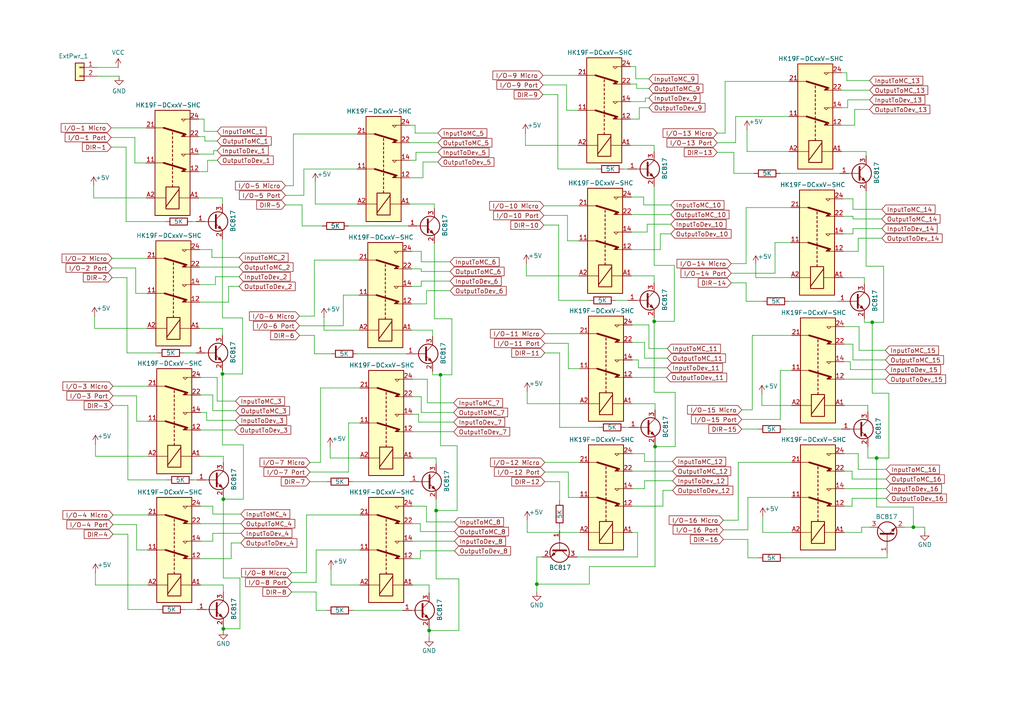
<source format=kicad_sch>
(kicad_sch (version 20250114) (generator "eeschema") (generator_version "9.0")
  (paper "A4")
  (title_block (title "Pins direction controller") (company "Panicosoft"))
  (junction (at 264.922 152.908))
  (junction (at 64.516 108.458))
  (junction (at 252.984 93.472))
  (junction (at 189.738 93.218))
  (junction (at 254.254 132.842))
  (junction (at 64.77 144.78))
  (junction (at 126.492 148.082))
  (junction (at 127.762 108.712))
  (junction (at 155.702 169.418))
  (junction (at 189.992 129.54))
  (junction (at 124.46 182.88))
  (junction (at 64.77 182.372))
  (wire (pts (xy 164.846 136.906) (xy 157.988 136.906)))
  (wire (pts (xy 192.278 146.812) (xy 183.388 146.812)))
  (wire (pts (xy 186.944 139.446) (xy 195.072 139.446)))
  (wire (pts (xy 36.83 102.362) (xy 45.72 102.362)))
  (wire (pts (xy 86.868 97.282) (xy 91.186 97.282)))
  (wire (pts (xy 122.174 78.74) (xy 122.174 77.978)))
  (wire (pts (xy 152.908 113.538) (xy 152.908 117.094)))
  (wire (pts (xy 218.186 118.872) (xy 218.186 97.282)))
  (wire (pts (xy 126.492 167.894) (xy 133.096 167.894)))
  (wire (pts (xy 123.952 109.982) (xy 119.634 109.982)))
  (wire (pts (xy 189.738 113.792) (xy 195.834 113.792)))
  (wire (pts (xy 86.868 91.694) (xy 91.186 91.694)))
  (wire (pts (xy 164.846 144.272) (xy 164.846 136.906)))
  (wire (pts (xy 186.69 59.436) (xy 186.69 57.15)))
  (wire (pts (xy 84.582 171.704) (xy 91.694 171.704)))
  (wire (pts (xy 125.476 95.758) (xy 125.476 97.536)))
  (wire (pts (xy 32.766 117.602) (xy 37.084 117.602)))
  (wire (pts (xy 248.92 69.088) (xy 255.778 69.088)))
  (wire (pts (xy 189.738 93.218) (xy 189.738 113.792)))
  (wire (pts (xy 61.976 44.704) (xy 57.658 44.704)))
  (wire (pts (xy 254.254 132.842) (xy 251.714 132.842)))
  (wire (pts (xy 264.922 147.066) (xy 264.922 152.908)))
  (wire (pts (xy 246.634 104.902) (xy 244.856 104.902)))
  (wire (pts (xy 32.258 42.672) (xy 36.576 42.672)))
  (wire (pts (xy 56.134 139.192) (xy 57.15 139.192)))
  (wire (pts (xy 187.706 67.31) (xy 183.134 67.31)))
  (wire (pts (xy 64.77 182.372) (xy 64.77 182.88)))
  (wire (pts (xy 64.516 107.442) (xy 64.516 108.458)))
  (wire (pts (xy 121.92 159.766) (xy 131.826 159.766)))
  (wire (pts (xy 247.396 66.294) (xy 247.396 67.818)))
  (wire (pts (xy 124.46 182.88) (xy 124.46 184.912)))
  (wire (pts (xy 59.436 40.894) (xy 59.436 39.624)))
  (wire (pts (xy 70.612 129.032) (xy 70.612 144.78)))
  (wire (pts (xy 121.92 154.178) (xy 131.826 154.178)))
  (wire (pts (xy 91.186 102.616) (xy 96.012 102.616)))
  (wire (pts (xy 229.362 70.358) (xy 224.79 70.358)))
  (wire (pts (xy 208.026 38.608) (xy 210.312 38.608)))
  (wire (pts (xy 213.36 33.782) (xy 213.36 41.402)))
  (wire (pts (xy 99.568 85.598) (xy 99.568 94.488)))
  (wire (pts (xy 62.992 116.332) (xy 62.992 109.474)))
  (wire (pts (xy 37.084 176.784) (xy 45.974 176.784)))
  (wire (pts (xy 91.186 75.438) (xy 104.14 75.438)))
  (wire (pts (xy 120.396 38.608) (xy 120.396 36.322)))
  (wire (pts (xy 91.44 52.832) (xy 91.44 59.182)))
  (wire (pts (xy 87.63 59.436) (xy 87.63 65.532)))
  (wire (pts (xy 95.758 129.54) (xy 95.758 132.842)))
  (wire (pts (xy 247.396 99.822) (xy 244.856 99.822)))
  (wire (pts (xy 185.42 31.242) (xy 188.214 31.242)))
  (wire (pts (xy 162.306 152.908) (xy 162.306 153.924)))
  (wire (pts (xy 182.88 42.164) (xy 189.738 42.164)))
  (wire (pts (xy 61.722 114.554) (xy 58.166 114.554)))
  (wire (pts (xy 42.672 85.09) (xy 39.37 85.09)))
  (wire (pts (xy 28.194 22.098) (xy 34.544 22.098)))
  (wire (pts (xy 162.306 139.7) (xy 162.306 145.288)))
  (wire (pts (xy 119.634 125.222) (xy 131.572 125.222)))
  (wire (pts (xy 228.854 87.376) (xy 243.078 87.376)))
  (wire (pts (xy 244.602 80.518) (xy 250.698 80.518)))
  (wire (pts (xy 189.738 42.164) (xy 189.738 43.942)))
  (wire (pts (xy 61.722 149.098) (xy 61.722 146.812)))
  (wire (pts (xy 82.804 59.436) (xy 87.63 59.436)))
  (wire (pts (xy 103.632 49.022) (xy 88.138 49.022)))
  (wire (pts (xy 93.98 91.948) (xy 93.98 95.758)))
  (wire (pts (xy 58.166 169.672) (xy 64.77 169.672)))
  (wire (pts (xy 127.762 108.712) (xy 125.476 108.712)))
  (wire (pts (xy 95.758 132.842) (xy 104.394 132.842)))
  (wire (pts (xy 32.766 149.352) (xy 42.926 149.352)))
  (wire (pts (xy 133.096 167.894) (xy 133.096 182.88)))
  (wire (pts (xy 61.468 74.676) (xy 69.342 74.676)))
  (wire (pts (xy 104.14 85.598) (xy 99.568 85.598)))
  (wire (pts (xy 155.702 161.544) (xy 157.226 161.544)))
  (wire (pts (xy 96.012 169.672) (xy 104.394 169.672)))
  (wire (pts (xy 119.634 156.972) (xy 131.826 156.972)))
  (wire (pts (xy 216.662 43.942) (xy 228.854 43.942)))
  (wire (pts (xy 188.214 101.092) (xy 193.548 101.092)))
  (wire (pts (xy 126.492 144.78) (xy 126.492 148.082)))
  (wire (pts (xy 88.138 49.022) (xy 88.138 56.642)))
  (wire (pts (xy 122.174 115.062) (xy 119.634 115.062)))
  (wire (pts (xy 64.77 167.64) (xy 69.596 167.64)))
  (wire (pts (xy 220.98 117.602) (xy 229.616 117.602)))
  (wire (pts (xy 88.138 56.642) (xy 82.804 56.642)))
  (wire (pts (xy 244.856 117.602) (xy 251.714 117.602)))
  (wire (pts (xy 60.198 49.784) (xy 57.658 49.784)))
  (wire (pts (xy 184.404 19.304) (xy 182.88 19.304)))
  (wire (pts (xy 58.166 124.714) (xy 68.072 124.714)))
  (wire (pts (xy 184.658 25.654) (xy 188.214 25.654)))
  (wire (pts (xy 61.722 146.812) (xy 58.166 146.812)))
  (wire (pts (xy 67.056 162.052) (xy 58.166 162.052)))
  (wire (pts (xy 229.616 144.272) (xy 216.916 144.272)))
  (wire (pts (xy 186.944 139.446) (xy 186.944 141.732)))
  (wire (pts (xy 216.408 76.454) (xy 216.408 60.198)))
  (wire (pts (xy 210.312 38.608) (xy 210.312 23.622)))
  (wire (pts (xy 91.694 171.704) (xy 91.694 177.038)))
  (wire (pts (xy 121.412 120.142) (xy 119.634 120.142)))
  (wire (pts (xy 162.306 123.952) (xy 173.736 123.952)))
  (wire (pts (xy 92.964 134.112) (xy 92.964 112.522)))
  (wire (pts (xy 191.516 67.818) (xy 194.564 67.818)))
  (wire (pts (xy 91.694 168.91) (xy 84.582 168.91)))
  (wire (pts (xy 125.984 70.612) (xy 125.984 92.456)))
  (wire (pts (xy 57.912 95.25) (xy 64.516 95.25)))
  (wire (pts (xy 164.846 106.934) (xy 164.846 99.568)))
  (wire (pts (xy 162.052 65.278) (xy 162.052 87.122)))
  (wire (pts (xy 69.596 167.64) (xy 69.596 182.372)))
  (wire (pts (xy 123.698 151.384) (xy 131.826 151.384)))
  (wire (pts (xy 91.186 97.282) (xy 91.186 102.616)))
  (wire (pts (xy 36.576 64.262) (xy 48.006 64.262)))
  (wire (pts (xy 254.254 147.066) (xy 264.922 147.066)))
  (wire (pts (xy 121.92 151.892) (xy 119.634 151.892)))
  (wire (pts (xy 122.174 83.058) (xy 119.38 83.058)))
  (wire (pts (xy 61.468 74.676) (xy 61.468 72.39)))
  (wire (pts (xy 82.804 53.848) (xy 85.09 53.848)))
  (wire (pts (xy 186.944 103.886) (xy 186.944 99.314)))
  (wire (pts (xy 184.404 22.86) (xy 188.214 22.86)))
  (wire (pts (xy 87.63 65.532) (xy 93.472 65.532)))
  (wire (pts (xy 167.386 161.544) (xy 184.912 161.544)))
  (wire (pts (xy 122.174 81.534) (xy 122.174 83.058)))
  (wire (pts (xy 58.166 151.892) (xy 69.85 151.892)))
  (wire (pts (xy 88.9 166.116) (xy 88.9 149.352)))
  (wire (pts (xy 257.81 132.842) (xy 254.254 132.842)))
  (wire (pts (xy 192.278 142.24) (xy 195.072 142.24)))
  (wire (pts (xy 120.396 38.608) (xy 127 38.608)))
  (wire (pts (xy 132.588 129.286) (xy 132.588 148.082)))
  (wire (pts (xy 257.302 161.798) (xy 257.302 160.528)))
  (wire (pts (xy 64.516 95.25) (xy 64.516 97.282)))
  (wire (pts (xy 245.618 23.368) (xy 252.222 23.368)))
  (wire (pts (xy 229.616 107.442) (xy 226.314 107.442)))
  (wire (pts (xy 252.984 93.472) (xy 252.984 114.046)))
  (wire (pts (xy 32.258 37.084) (xy 42.418 37.084)))
  (wire (pts (xy 104.394 159.512) (xy 91.694 159.512)))
  (wire (pts (xy 39.624 159.512) (xy 39.624 152.146)))
  (wire (pts (xy 164.592 69.85) (xy 164.592 62.484)))
  (wire (pts (xy 249.174 94.742) (xy 244.856 94.742)))
  (wire (pts (xy 161.798 27.432) (xy 161.798 49.022)))
  (wire (pts (xy 249.936 152.908) (xy 252.222 152.908)))
  (wire (pts (xy 186.944 131.572) (xy 183.388 131.572)))
  (wire (pts (xy 99.568 94.488) (xy 86.868 94.488)))
  (wire (pts (xy 85.09 38.862) (xy 103.632 38.862)))
  (wire (pts (xy 157.988 102.362) (xy 162.306 102.362)))
  (wire (pts (xy 103.632 102.616) (xy 117.856 102.616)))
  (wire (pts (xy 101.092 65.532) (xy 118.364 65.532)))
  (wire (pts (xy 32.766 154.94) (xy 37.084 154.94)))
  (wire (pts (xy 124.46 169.672) (xy 124.46 171.958)))
  (wire (pts (xy 227.584 124.46) (xy 244.094 124.46)))
  (wire (pts (xy 27.178 57.404) (xy 42.418 57.404)))
  (wire (pts (xy 39.624 114.808) (xy 32.766 114.808)))
  (wire (pts (xy 209.804 150.876) (xy 214.122 150.876)))
  (wire (pts (xy 186.944 103.886) (xy 193.548 103.886)))
  (wire (pts (xy 245.872 28.956) (xy 245.872 31.242)))
  (wire (pts (xy 120.65 44.196) (xy 120.65 46.482)))
  (wire (pts (xy 189.738 80.01) (xy 189.738 82.042)))
  (wire (pts (xy 251.206 55.372) (xy 251.206 77.216)))
  (wire (pts (xy 214.122 150.876) (xy 214.122 134.112)))
  (wire (pts (xy 62.484 82.55) (xy 57.912 82.55)))
  (wire (pts (xy 122.174 119.634) (xy 122.174 115.062)))
  (wire (pts (xy 244.094 43.942) (xy 251.206 43.942)))
  (wire (pts (xy 251.206 43.942) (xy 251.206 45.212)))
  (wire (pts (xy 152.654 80.01) (xy 167.894 80.01)))
  (wire (pts (xy 247.904 31.75) (xy 247.904 36.322)))
  (wire (pts (xy 55.626 64.262) (xy 56.896 64.262)))
  (wire (pts (xy 188.214 101.092) (xy 188.214 94.234)))
  (wire (pts (xy 247.396 66.294) (xy 255.778 66.294)))
  (wire (pts (xy 244.856 109.982) (xy 256.794 109.982)))
  (wire (pts (xy 64.516 57.404) (xy 64.516 59.182)))
  (wire (pts (xy 57.912 77.47) (xy 69.342 77.47)))
  (wire (pts (xy 247.904 36.322) (xy 244.094 36.322)))
  (wire (pts (xy 102.362 177.038) (xy 116.84 177.038)))
  (wire (pts (xy 127.762 108.712) (xy 131.064 108.712)))
  (wire (pts (xy 246.634 107.188) (xy 246.634 104.902)))
  (wire (pts (xy 122.174 72.898) (xy 119.38 72.898)))
  (wire (pts (xy 37.084 154.94) (xy 37.084 176.784)))
  (wire (pts (xy 32.766 112.014) (xy 42.926 112.014)))
  (wire (pts (xy 61.722 154.686) (xy 69.85 154.686)))
  (wire (pts (xy 57.658 57.404) (xy 64.516 57.404)))
  (wire (pts (xy 91.694 159.512) (xy 91.694 168.91)))
  (wire (pts (xy 247.142 138.938) (xy 247.142 136.652)))
  (wire (pts (xy 245.618 23.368) (xy 245.618 21.082)))
  (wire (pts (xy 122.682 46.99) (xy 127 46.99)))
  (wire (pts (xy 39.37 77.724) (xy 32.512 77.724)))
  (wire (pts (xy 127.762 129.286) (xy 132.588 129.286)))
  (wire (pts (xy 59.944 121.92) (xy 68.326 121.92)))
  (wire (pts (xy 32.512 74.93) (xy 42.672 74.93)))
  (wire (pts (xy 32.512 80.518) (xy 36.83 80.518)))
  (wire (pts (xy 125.984 92.456) (xy 131.064 92.456)))
  (wire (pts (xy 61.468 72.39) (xy 57.912 72.39)))
  (wire (pts (xy 126.492 148.082) (xy 126.492 167.894)))
  (wire (pts (xy 248.92 131.572) (xy 244.856 131.572)))
  (wire (pts (xy 189.992 129.54) (xy 189.992 164.338)))
  (wire (pts (xy 64.77 144.272) (xy 64.77 144.78)))
  (wire (pts (xy 189.992 129.032) (xy 189.992 129.54)))
  (wire (pts (xy 247.396 63.5) (xy 255.778 63.5)))
  (wire (pts (xy 70.358 92.202) (xy 70.358 108.458)))
  (wire (pts (xy 42.926 159.512) (xy 39.624 159.512)))
  (wire (pts (xy 226.314 50.292) (xy 243.586 50.292)))
  (wire (pts (xy 123.952 116.84) (xy 131.572 116.84)))
  (wire (pts (xy 212.09 76.454) (xy 216.408 76.454)))
  (wire (pts (xy 216.916 161.798) (xy 219.964 161.798)))
  (wire (pts (xy 247.396 60.706) (xy 247.396 57.658)))
  (wire (pts (xy 70.612 144.78) (xy 64.77 144.78)))
  (wire (pts (xy 226.314 107.442) (xy 226.314 121.666)))
  (wire (pts (xy 152.908 154.432) (xy 168.148 154.432)))
  (wire (pts (xy 27.686 128.778) (xy 27.686 132.334)))
  (wire (pts (xy 123.698 88.138) (xy 119.38 88.138)))
  (wire (pts (xy 53.594 176.784) (xy 57.15 176.784)))
  (wire (pts (xy 189.992 117.094) (xy 189.992 118.872)))
  (wire (pts (xy 37.084 139.192) (xy 48.514 139.192)))
  (wire (pts (xy 64.516 108.458) (xy 64.516 129.032)))
  (wire (pts (xy 209.804 156.464) (xy 216.916 156.464)))
  (wire (pts (xy 118.872 41.402) (xy 127 41.402)))
  (wire (pts (xy 157.734 65.278) (xy 162.052 65.278)))
  (wire (pts (xy 60.198 46.482) (xy 60.198 49.784)))
  (wire (pts (xy 228.854 33.782) (xy 213.36 33.782)))
  (wire (pts (xy 216.408 87.376) (xy 221.234 87.376)))
  (wire (pts (xy 168.148 106.934) (xy 164.846 106.934)))
  (wire (pts (xy 127.762 108.712) (xy 127.762 129.286)))
  (wire (pts (xy 104.394 122.682) (xy 101.092 122.682)))
  (wire (pts (xy 247.396 60.706) (xy 255.778 60.706)))
  (wire (pts (xy 39.116 47.244) (xy 39.116 39.878)))
  (wire (pts (xy 120.65 46.482) (xy 118.872 46.482)))
  (wire (pts (xy 170.942 164.338) (xy 170.942 169.418)))
  (wire (pts (xy 64.516 92.202) (xy 70.358 92.202)))
  (wire (pts (xy 162.052 87.122) (xy 170.942 87.122)))
  (wire (pts (xy 125.984 59.182) (xy 125.984 60.452)))
  (wire (pts (xy 152.908 150.876) (xy 152.908 154.432)))
  (wire (pts (xy 247.396 104.394) (xy 247.396 99.822)))
  (wire (pts (xy 183.388 109.474) (xy 193.294 109.474)))
  (wire (pts (xy 181.356 123.952) (xy 182.372 123.952)))
  (wire (pts (xy 61.722 119.126) (xy 61.722 114.554)))
  (wire (pts (xy 250.698 80.518) (xy 250.698 82.296)))
  (wire (pts (xy 157.48 21.844) (xy 167.64 21.844)))
  (wire (pts (xy 152.4 38.608) (xy 152.4 42.164)))
  (wire (pts (xy 27.178 53.848) (xy 27.178 57.404)))
  (wire (pts (xy 184.658 24.384) (xy 182.88 24.384)))
  (wire (pts (xy 251.714 129.54) (xy 251.714 132.842)))
  (wire (pts (xy 60.198 46.482) (xy 62.992 46.482)))
  (wire (pts (xy 212.09 82.042) (xy 216.408 82.042)))
  (wire (pts (xy 189.738 76.962) (xy 195.58 76.962)))
  (wire (pts (xy 89.916 139.7) (xy 94.742 139.7)))
  (wire (pts (xy 157.988 96.774) (xy 168.148 96.774)))
  (wire (pts (xy 167.64 32.004) (xy 164.338 32.004)))
  (wire (pts (xy 164.592 62.484) (xy 157.734 62.484)))
  (wire (pts (xy 155.702 169.418) (xy 155.702 171.704)))
  (wire (pts (xy 195.58 76.962) (xy 195.58 93.218)))
  (wire (pts (xy 61.976 43.688) (xy 61.976 44.704)))
  (wire (pts (xy 39.116 39.878) (xy 32.258 39.878)))
  (wire (pts (xy 227.584 161.798) (xy 257.302 161.798)))
  (wire (pts (xy 195.834 113.792) (xy 195.834 129.54)))
  (wire (pts (xy 120.396 36.322) (xy 118.872 36.322)))
  (wire (pts (xy 244.856 141.732) (xy 257.048 141.732)))
  (wire (pts (xy 186.69 59.436) (xy 194.564 59.436)))
  (wire (pts (xy 101.092 122.682) (xy 101.092 136.906)))
  (wire (pts (xy 185.42 31.242) (xy 185.42 34.544)))
  (wire (pts (xy 248.92 136.144) (xy 257.048 136.144)))
  (wire (pts (xy 185.166 106.68) (xy 193.548 106.68)))
  (wire (pts (xy 59.436 39.624) (xy 57.658 39.624)))
  (wire (pts (xy 59.436 40.894) (xy 62.992 40.894)))
  (wire (pts (xy 61.722 119.126) (xy 68.326 119.126)))
  (wire (pts (xy 126.492 132.842) (xy 126.492 134.62)))
  (wire (pts (xy 122.174 78.74) (xy 130.556 78.74)))
  (wire (pts (xy 123.698 151.384) (xy 123.698 146.812)))
  (wire (pts (xy 59.944 121.92) (xy 59.944 119.634)))
  (wire (pts (xy 62.992 109.474) (xy 58.166 109.474)))
  (wire (pts (xy 167.894 69.85) (xy 164.592 69.85)))
  (wire (pts (xy 164.846 99.568) (xy 157.988 99.568)))
  (wire (pts (xy 224.79 70.358) (xy 224.79 79.248)))
  (wire (pts (xy 101.092 136.906) (xy 89.916 136.906)))
  (wire (pts (xy 66.294 83.058) (xy 69.342 83.058)))
  (wire (pts (xy 268.224 152.908) (xy 268.224 154.178)))
  (wire (pts (xy 247.142 146.812) (xy 244.856 146.812)))
  (wire (pts (xy 36.576 42.672) (xy 36.576 64.262)))
  (wire (pts (xy 186.69 57.15) (xy 183.134 57.15)))
  (wire (pts (xy 121.92 159.766) (xy 121.92 162.052)))
  (wire (pts (xy 131.064 92.456) (xy 131.064 108.712)))
  (wire (pts (xy 183.134 62.23) (xy 194.564 62.23)))
  (wire (pts (xy 252.984 93.472) (xy 256.286 93.472)))
  (wire (pts (xy 245.872 31.242) (xy 244.094 31.242)))
  (wire (pts (xy 252.984 93.472) (xy 250.698 93.472)))
  (wire (pts (xy 247.396 63.5) (xy 247.396 62.738)))
  (wire (pts (xy 93.98 95.758) (xy 104.14 95.758)))
  (wire (pts (xy 64.77 144.78) (xy 64.77 167.64)))
  (wire (pts (xy 247.396 57.658) (xy 244.602 57.658)))
  (wire (pts (xy 67.056 157.48) (xy 67.056 162.052)))
  (wire (pts (xy 61.722 149.098) (xy 69.85 149.098)))
  (wire (pts (xy 178.562 87.122) (xy 182.118 87.122)))
  (wire (pts (xy 92.964 112.522) (xy 104.394 112.522)))
  (wire (pts (xy 208.026 44.196) (xy 212.852 44.196)))
  (wire (pts (xy 187.198 29.464) (xy 182.88 29.464)))
  (wire (pts (xy 27.686 169.672) (xy 42.926 169.672)))
  (wire (pts (xy 59.944 119.634) (xy 58.166 119.634)))
  (wire (pts (xy 220.98 114.3) (xy 220.98 117.602)))
  (wire (pts (xy 39.624 122.174) (xy 39.624 114.808)))
  (wire (pts (xy 84.582 166.116) (xy 88.9 166.116)))
  (wire (pts (xy 152.908 117.094) (xy 168.148 117.094)))
  (wire (pts (xy 28.194 19.558) (xy 34.29 19.558)))
  (wire (pts (xy 121.92 154.178) (xy 121.92 151.892)))
  (wire (pts (xy 122.174 119.634) (xy 131.572 119.634)))
  (wire (pts (xy 67.056 157.48) (xy 69.85 157.48)))
  (wire (pts (xy 247.396 104.394) (xy 256.794 104.394)))
  (wire (pts (xy 247.904 31.75) (xy 252.222 31.75)))
  (wire (pts (xy 123.698 84.328) (xy 123.698 88.138)))
  (wire (pts (xy 91.44 59.182) (xy 103.632 59.182)))
  (wire (pts (xy 42.926 122.174) (xy 39.624 122.174)))
  (wire (pts (xy 186.944 141.732) (xy 183.388 141.732)))
  (wire (pts (xy 184.912 154.432) (xy 184.912 161.544)))
  (wire (pts (xy 119.634 132.842) (xy 126.492 132.842)))
  (wire (pts (xy 42.418 47.244) (xy 39.116 47.244)))
  (wire (pts (xy 161.798 49.022) (xy 173.228 49.022)))
  (wire (pts (xy 224.79 79.248) (xy 212.09 79.248)))
  (wire (pts (xy 219.202 80.518) (xy 229.362 80.518)))
  (wire (pts (xy 186.944 99.314) (xy 183.388 99.314)))
  (wire (pts (xy 256.286 77.216) (xy 256.286 93.472)))
  (wire (pts (xy 133.096 182.88) (xy 124.46 182.88)))
  (wire (pts (xy 187.706 65.024) (xy 187.706 67.31)))
  (wire (pts (xy 119.38 77.978) (xy 122.174 77.978)))
  (wire (pts (xy 70.358 108.458) (xy 64.516 108.458)))
  (wire (pts (xy 121.412 122.428) (xy 131.572 122.428)))
  (wire (pts (xy 247.142 144.526) (xy 247.142 146.812)))
  (wire (pts (xy 248.92 136.144) (xy 248.92 131.572)))
  (wire (pts (xy 249.174 101.6) (xy 249.174 94.742)))
  (wire (pts (xy 64.516 129.032) (xy 70.612 129.032)))
  (wire (pts (xy 254.254 132.842) (xy 254.254 147.066)))
  (wire (pts (xy 248.92 69.088) (xy 248.92 72.898)))
  (wire (pts (xy 121.92 162.052) (xy 119.634 162.052)))
  (wire (pts (xy 184.404 22.86) (xy 184.404 19.304)))
  (wire (pts (xy 215.138 124.46) (xy 219.964 124.46)))
  (wire (pts (xy 215.138 118.872) (xy 218.186 118.872)))
  (wire (pts (xy 216.408 82.042) (xy 216.408 87.376)))
  (wire (pts (xy 62.484 80.264) (xy 62.484 82.55)))
  (wire (pts (xy 226.314 121.666) (xy 215.138 121.666)))
  (wire (pts (xy 188.214 94.234) (xy 183.388 94.234)))
  (wire (pts (xy 244.602 62.738) (xy 247.396 62.738)))
  (wire (pts (xy 183.388 136.652) (xy 195.072 136.652)))
  (wire (pts (xy 39.37 85.09) (xy 39.37 77.724)))
  (wire (pts (xy 244.094 26.162) (xy 252.222 26.162)))
  (wire (pts (xy 85.09 53.848) (xy 85.09 38.862)))
  (wire (pts (xy 257.81 114.046) (xy 257.81 132.842)))
  (wire (pts (xy 245.872 28.956) (xy 252.222 28.956)))
  (wire (pts (xy 62.484 80.264) (xy 69.342 80.264)))
  (wire (pts (xy 183.134 80.01) (xy 189.738 80.01)))
  (wire (pts (xy 91.186 91.694) (xy 91.186 75.438)))
  (wire (pts (xy 249.936 154.432) (xy 244.856 154.432)))
  (wire (pts (xy 192.278 142.24) (xy 192.278 146.812)))
  (wire (pts (xy 59.182 38.1) (xy 59.182 34.544)))
  (wire (pts (xy 27.432 95.25) (xy 42.672 95.25)))
  (wire (pts (xy 213.36 41.402) (xy 208.026 41.402)))
  (wire (pts (xy 157.734 59.69) (xy 167.894 59.69)))
  (wire (pts (xy 96.012 165.1) (xy 96.012 169.672)))
  (wire (pts (xy 119.38 95.758) (xy 125.476 95.758)))
  (wire (pts (xy 36.83 80.518) (xy 36.83 102.362)))
  (wire (pts (xy 27.686 132.334) (xy 42.926 132.334)))
  (wire (pts (xy 216.916 144.272) (xy 216.916 153.67)))
  (wire (pts (xy 122.174 81.534) (xy 130.556 81.534)))
  (wire (pts (xy 250.698 92.456) (xy 250.698 93.472)))
  (wire (pts (xy 195.58 93.218) (xy 189.738 93.218)))
  (wire (pts (xy 248.92 72.898) (xy 244.602 72.898)))
  (wire (pts (xy 61.722 154.686) (xy 61.722 156.972)))
  (wire (pts (xy 183.388 117.094) (xy 189.992 117.094)))
  (wire (pts (xy 102.362 139.7) (xy 118.872 139.7)))
  (wire (pts (xy 210.312 23.622) (xy 228.854 23.622)))
  (wire (pts (xy 58.166 132.334) (xy 64.77 132.334)))
  (wire (pts (xy 123.952 116.84) (xy 123.952 109.982)))
  (wire (pts (xy 252.984 114.046) (xy 257.81 114.046)))
  (wire (pts (xy 132.588 148.082) (xy 126.492 148.082)))
  (wire (pts (xy 247.396 67.818) (xy 244.602 67.818)))
  (wire (pts (xy 189.738 54.102) (xy 189.738 76.962)))
  (wire (pts (xy 155.702 161.544) (xy 155.702 169.418)))
  (wire (pts (xy 157.988 139.7) (xy 162.306 139.7)))
  (wire (pts (xy 170.942 169.418) (xy 155.702 169.418)))
  (wire (pts (xy 185.42 34.544) (xy 182.88 34.544)))
  (wire (pts (xy 162.306 102.362) (xy 162.306 123.952)))
  (wire (pts (xy 121.412 122.428) (xy 121.412 120.142)))
  (wire (pts (xy 191.516 67.818) (xy 191.516 72.39)))
  (wire (pts (xy 216.408 60.198) (xy 229.362 60.198)))
  (wire (pts (xy 189.738 92.202) (xy 189.738 93.218)))
  (wire (pts (xy 59.182 38.1) (xy 62.992 38.1)))
  (wire (pts (xy 69.596 182.372) (xy 64.77 182.372)))
  (wire (pts (xy 218.186 97.282) (xy 229.616 97.282)))
  (wire (pts (xy 216.662 37.592) (xy 216.662 43.942)))
  (wire (pts (xy 212.852 44.196) (xy 212.852 50.292)))
  (wire (pts (xy 124.46 182.118) (xy 124.46 182.88)))
  (wire (pts (xy 123.698 84.328) (xy 130.556 84.328)))
  (wire (pts (xy 39.624 152.146) (xy 32.766 152.146)))
  (wire (pts (xy 249.174 101.6) (xy 256.794 101.6)))
  (wire (pts (xy 185.166 104.394) (xy 183.388 104.394)))
  (wire (pts (xy 64.77 132.334) (xy 64.77 134.112)))
  (wire (pts (xy 247.142 136.652) (xy 244.856 136.652)))
  (wire (pts (xy 216.916 156.464) (xy 216.916 161.798)))
  (wire (pts (xy 183.388 154.432) (xy 184.912 154.432)))
  (wire (pts (xy 89.916 134.112) (xy 92.964 134.112)))
  (wire (pts (xy 191.516 72.39) (xy 183.134 72.39)))
  (wire (pts (xy 66.294 83.058) (xy 66.294 87.63)))
  (wire (pts (xy 247.142 144.526) (xy 257.048 144.526)))
  (wire (pts (xy 152.654 76.454) (xy 152.654 80.01)))
  (wire (pts (xy 186.944 133.858) (xy 195.072 133.858)))
  (wire (pts (xy 186.944 133.858) (xy 186.944 131.572)))
  (wire (pts (xy 123.698 146.812) (xy 119.634 146.812)))
  (wire (pts (xy 122.174 75.946) (xy 122.174 72.898)))
  (wire (pts (xy 122.682 46.99) (xy 122.682 51.562)))
  (wire (pts (xy 27.686 166.116) (xy 27.686 169.672)))
  (wire (pts (xy 27.432 91.694) (xy 27.432 95.25)))
  (wire (pts (xy 120.65 44.196) (xy 127 44.196)))
  (wire (pts (xy 157.48 27.432) (xy 161.798 27.432)))
  (wire (pts (xy 264.922 152.908) (xy 268.224 152.908)))
  (wire (pts (xy 246.634 107.188) (xy 256.794 107.188)))
  (wire (pts (xy 119.634 169.672) (xy 124.46 169.672)))
  (wire (pts (xy 185.166 106.68) (xy 185.166 104.394)))
  (wire (pts (xy 157.988 134.112) (xy 168.148 134.112)))
  (wire (pts (xy 125.476 107.696) (xy 125.476 108.712)))
  (wire (pts (xy 212.852 50.292) (xy 218.694 50.292)))
  (wire (pts (xy 66.294 87.63) (xy 57.912 87.63)))
  (wire (pts (xy 262.382 152.908) (xy 264.922 152.908)))
  (wire (pts (xy 251.714 117.602) (xy 251.714 119.38)))
  (wire (pts (xy 187.198 28.448) (xy 188.214 28.448)))
  (wire (pts (xy 164.338 24.638) (xy 157.48 24.638)))
  (wire (pts (xy 61.976 43.688) (xy 62.992 43.688)))
  (wire (pts (xy 53.34 102.362) (xy 56.896 102.362)))
  (wire (pts (xy 221.234 154.432) (xy 229.616 154.432)))
  (wire (pts (xy 187.198 28.448) (xy 187.198 29.464)))
  (wire (pts (xy 164.338 32.004) (xy 164.338 24.638)))
  (wire (pts (xy 214.122 134.112) (xy 229.616 134.112)))
  (wire (pts (xy 245.618 21.082) (xy 244.094 21.082)))
  (wire (pts (xy 91.694 177.038) (xy 94.742 177.038)))
  (wire (pts (xy 187.706 65.024) (xy 194.564 65.024)))
  (wire (pts (xy 62.992 116.332) (xy 68.326 116.332)))
  (wire (pts (xy 219.202 76.708) (xy 219.202 80.518)))
  (wire (pts (xy 118.872 59.182) (xy 125.984 59.182)))
  (wire (pts (xy 247.142 138.938) (xy 257.048 138.938)))
  (wire (pts (xy 251.206 77.216) (xy 256.286 77.216)))
  (wire (pts (xy 195.834 129.54) (xy 189.992 129.54)))
  (wire (pts (xy 184.658 25.654) (xy 184.658 24.384)))
  (wire (pts (xy 152.4 42.164) (xy 167.64 42.164)))
  (wire (pts (xy 64.516 69.342) (xy 64.516 92.202)))
  (wire (pts (xy 221.234 149.86) (xy 221.234 154.432)))
  (wire (pts (xy 59.182 34.544) (xy 57.658 34.544)))
  (wire (pts (xy 37.084 117.602) (xy 37.084 139.192)))
  (wire (pts (xy 122.682 51.562) (xy 118.872 51.562)))
  (wire (pts (xy 180.848 49.022) (xy 182.118 49.022)))
  (wire (pts (xy 64.77 169.672) (xy 64.77 171.704)))
  (wire (pts (xy 168.148 144.272) (xy 164.846 144.272)))
  (wire (pts (xy 122.174 75.946) (xy 130.556 75.946)))
  (wire (pts (xy 249.936 152.908) (xy 249.936 154.432)))
  (wire (pts (xy 189.992 164.338) (xy 170.942 164.338)))
  (wire (pts (xy 216.916 153.67) (xy 209.804 153.67)))
  (wire (pts (xy 64.77 181.864) (xy 64.77 182.372)))
  (wire (pts (xy 61.722 156.972) (xy 58.166 156.972)))
  (wire (pts (xy 88.9 149.352) (xy 104.394 149.352)))
  (global_label "I{slash}O-2 Port" (shape input) (at 32.512 77.724 180) (property "Intersheetrefs" "${INTERSHEET_REFS}" (effects (hide yes))))
  (global_label "InputToDev_8" (shape input) (at 131.826 156.972 0) (property "Intersheetrefs" "${INTERSHEET_REFS}" (effects (hide yes))))
  (global_label "I{slash}O-15 Micro" (shape input) (at 215.138 118.872 180) (property "Intersheetrefs" "${INTERSHEET_REFS}" (effects (hide yes))))
  (global_label "DIR-5" (shape input) (at 82.804 59.436 180) (property "Intersheetrefs" "${INTERSHEET_REFS}" (effects (hide yes))))
  (global_label "I{slash}O-12 Port" (shape input) (at 157.988 136.906 180) (property "Intersheetrefs" "${INTERSHEET_REFS}" (effects (hide yes))))
  (global_label "InputToMC_10" (shape input) (at 194.564 59.436 0) (property "Intersheetrefs" "${INTERSHEET_REFS}" (effects (hide yes))))
  (global_label "I{slash}O-4 Micro" (shape input) (at 32.766 149.352 180) (property "Intersheetrefs" "${INTERSHEET_REFS}" (effects (hide yes))))
  (global_label "OutputToDev_14" (shape input) (at 255.778 69.088 0) (property "Intersheetrefs" "${INTERSHEET_REFS}" (effects (hide yes))))
  (global_label "OutputToDev_13" (shape input) (at 252.222 31.75 0) (property "Intersheetrefs" "${INTERSHEET_REFS}" (effects (hide yes))))
  (global_label "I{slash}O-9 Micro" (shape input) (at 157.48 21.844 180) (property "Intersheetrefs" "${INTERSHEET_REFS}" (effects (hide yes))))
  (global_label "InputToMC_4" (shape input) (at 69.85 149.098 0) (property "Intersheetrefs" "${INTERSHEET_REFS}" (effects (hide yes))))
  (global_label "I{slash}O-6 Port" (shape input) (at 86.868 94.488 180) (property "Intersheetrefs" "${INTERSHEET_REFS}" (effects (hide yes))))
  (global_label "I{slash}O-13 Port" (shape input) (at 208.026 41.402 180) (property "Intersheetrefs" "${INTERSHEET_REFS}" (effects (hide yes))))
  (global_label "I{slash}O-16 Port" (shape input) (at 209.804 153.67 180) (property "Intersheetrefs" "${INTERSHEET_REFS}" (effects (hide yes))))
  (global_label "InputToDev_9" (shape input) (at 188.214 28.448 0) (property "Intersheetrefs" "${INTERSHEET_REFS}" (effects (hide yes))))
  (global_label "InputToDev_12" (shape input) (at 195.072 139.446 0) (property "Intersheetrefs" "${INTERSHEET_REFS}" (effects (hide yes))))
  (global_label "I{slash}O-6 Micro" (shape input) (at 86.868 91.694 180) (property "Intersheetrefs" "${INTERSHEET_REFS}" (effects (hide yes))))
  (global_label "DIR-3" (shape input) (at 32.766 117.602 180) (property "Intersheetrefs" "${INTERSHEET_REFS}" (effects (hide yes))))
  (global_label "DIR-16" (shape input) (at 209.804 156.464 180) (property "Intersheetrefs" "${INTERSHEET_REFS}" (effects (hide yes))))
  (global_label "OutputToDev_2" (shape input) (at 69.342 83.058 0) (property "Intersheetrefs" "${INTERSHEET_REFS}" (effects (hide yes))))
  (global_label "I{slash}O-4 Port" (shape input) (at 32.766 152.146 180) (property "Intersheetrefs" "${INTERSHEET_REFS}" (effects (hide yes))))
  (global_label "I{slash}O-5 Port" (shape input) (at 82.804 56.642 180) (property "Intersheetrefs" "${INTERSHEET_REFS}" (effects (hide yes))))
  (global_label "DIR-15" (shape input) (at 215.138 124.46 180) (property "Intersheetrefs" "${INTERSHEET_REFS}" (effects (hide yes))))
  (global_label "OutputToDev_1" (shape input) (at 62.992 46.482 0) (property "Intersheetrefs" "${INTERSHEET_REFS}" (effects (hide yes))))
  (global_label "InputToDev_7" (shape input) (at 131.572 122.428 0) (property "Intersheetrefs" "${INTERSHEET_REFS}" (effects (hide yes))))
  (global_label "InputToDev_2" (shape input) (at 69.342 80.264 0) (property "Intersheetrefs" "${INTERSHEET_REFS}" (effects (hide yes))))
  (global_label "DIR-4" (shape input) (at 32.766 154.94 180) (property "Intersheetrefs" "${INTERSHEET_REFS}" (effects (hide yes))))
  (global_label "DIR-8" (shape input) (at 84.582 171.704 180) (property "Intersheetrefs" "${INTERSHEET_REFS}" (effects (hide yes))))
  (global_label "DIR-12" (shape input) (at 157.988 139.7 180) (property "Intersheetrefs" "${INTERSHEET_REFS}" (effects (hide yes))))
  (global_label "OutputToMC_11" (shape input) (at 193.548 103.886 0) (property "Intersheetrefs" "${INTERSHEET_REFS}" (effects (hide yes))))
  (global_label "InputToDev_13" (shape input) (at 252.222 28.956 0) (property "Intersheetrefs" "${INTERSHEET_REFS}" (effects (hide yes))))
  (global_label "I{slash}O-14 Micro" (shape input) (at 212.09 76.454 180) (property "Intersheetrefs" "${INTERSHEET_REFS}" (effects (hide yes))))
  (global_label "I{slash}O-5 Micro" (shape input) (at 82.804 53.848 180) (property "Intersheetrefs" "${INTERSHEET_REFS}" (effects (hide yes))))
  (global_label "DIR-10" (shape input) (at 157.734 65.278 180) (property "Intersheetrefs" "${INTERSHEET_REFS}" (effects (hide yes))))
  (global_label "InputToMC_3" (shape input) (at 68.326 116.332 0) (property "Intersheetrefs" "${INTERSHEET_REFS}" (effects (hide yes))))
  (global_label "InputToMC_6" (shape input) (at 130.556 75.946 0) (property "Intersheetrefs" "${INTERSHEET_REFS}" (effects (hide yes))))
  (global_label "OutputToMC_3" (shape input) (at 68.326 119.126 0) (property "Intersheetrefs" "${INTERSHEET_REFS}" (effects (hide yes))))
  (global_label "OutputToMC_15" (shape input) (at 256.794 104.394 0) (property "Intersheetrefs" "${INTERSHEET_REFS}" (effects (hide yes))))
  (global_label "OutputToMC_7" (shape input) (at 131.572 119.634 0) (property "Intersheetrefs" "${INTERSHEET_REFS}" (effects (hide yes))))
  (global_label "InputToDev_15" (shape input) (at 256.794 107.188 0) (property "Intersheetrefs" "${INTERSHEET_REFS}" (effects (hide yes))))
  (global_label "InputToMC_15" (shape input) (at 256.794 101.6 0) (property "Intersheetrefs" "${INTERSHEET_REFS}" (effects (hide yes))))
  (global_label "OutputToDev_16" (shape input) (at 257.048 144.526 0) (property "Intersheetrefs" "${INTERSHEET_REFS}" (effects (hide yes))))
  (global_label "InputToMC_2" (shape input) (at 69.342 74.676 0) (property "Intersheetrefs" "${INTERSHEET_REFS}" (effects (hide yes))))
  (global_label "InputToMC_9" (shape input) (at 188.214 22.86 0) (property "Intersheetrefs" "${INTERSHEET_REFS}" (effects (hide yes))))
  (global_label "OutputToDev_4" (shape input) (at 69.85 157.48 0) (property "Intersheetrefs" "${INTERSHEET_REFS}" (effects (hide yes))))
  (global_label "InputToDev_11" (shape input) (at 193.548 106.68 0) (property "Intersheetrefs" "${INTERSHEET_REFS}" (effects (hide yes))))
  (global_label "I{slash}O-14 Port" (shape input) (at 212.09 79.248 180) (property "Intersheetrefs" "${INTERSHEET_REFS}" (effects (hide yes))))
  (global_label "OutputToMC_9" (shape input) (at 188.214 25.654 0) (property "Intersheetrefs" "${INTERSHEET_REFS}" (effects (hide yes))))
  (global_label "OutputToMC_6" (shape input) (at 130.556 78.74 0) (property "Intersheetrefs" "${INTERSHEET_REFS}" (effects (hide yes))))
  (global_label "DIR-9" (shape input) (at 157.48 27.432 180) (property "Intersheetrefs" "${INTERSHEET_REFS}" (effects (hide yes))))
  (global_label "I{slash}O-16 Micro" (shape input) (at 209.804 150.876 180) (property "Intersheetrefs" "${INTERSHEET_REFS}" (effects (hide yes))))
  (global_label "InputToMC_11" (shape input) (at 193.548 101.092 0) (property "Intersheetrefs" "${INTERSHEET_REFS}" (effects (hide yes))))
  (global_label "OutputToMC_2" (shape input) (at 69.342 77.47 0) (property "Intersheetrefs" "${INTERSHEET_REFS}" (effects (hide yes))))
  (global_label "DIR-14" (shape input) (at 212.09 82.042 180) (property "Intersheetrefs" "${INTERSHEET_REFS}" (effects (hide yes))))
  (global_label "DIR-13" (shape input) (at 208.026 44.196 180) (property "Intersheetrefs" "${INTERSHEET_REFS}" (effects (hide yes))))
  (global_label "OutputToDev_8" (shape input) (at 131.826 159.766 0) (property "Intersheetrefs" "${INTERSHEET_REFS}" (effects (hide yes))))
  (global_label "InputToMC_12" (shape input) (at 195.072 133.858 0) (property "Intersheetrefs" "${INTERSHEET_REFS}" (effects (hide yes))))
  (global_label "I{slash}O-8 Port" (shape input) (at 84.582 168.91 180) (property "Intersheetrefs" "${INTERSHEET_REFS}" (effects (hide yes))))
  (global_label "InputToMC_5" (shape input) (at 127 38.608 0) (property "Intersheetrefs" "${INTERSHEET_REFS}" (effects (hide yes))))
  (global_label "I{slash}O-9 Port" (shape input) (at 157.48 24.638 180) (property "Intersheetrefs" "${INTERSHEET_REFS}" (effects (hide yes))))
  (global_label "I{slash}O-3 Port" (shape input) (at 32.766 114.808 180) (property "Intersheetrefs" "${INTERSHEET_REFS}" (effects (hide yes))))
  (global_label "I{slash}O-8 Micro" (shape input) (at 84.582 166.116 180) (property "Intersheetrefs" "${INTERSHEET_REFS}" (effects (hide yes))))
  (global_label "I{slash}O-7 Micro" (shape input) (at 89.916 134.112 180) (property "Intersheetrefs" "${INTERSHEET_REFS}" (effects (hide yes))))
  (global_label "OutputToDev_10" (shape input) (at 194.564 67.818 0) (property "Intersheetrefs" "${INTERSHEET_REFS}" (effects (hide yes))))
  (global_label "I{slash}O-13 Micro" (shape input) (at 208.026 38.608 180) (property "Intersheetrefs" "${INTERSHEET_REFS}" (effects (hide yes))))
  (global_label "InputToDev_1" (shape input) (at 62.992 43.688 0) (property "Intersheetrefs" "${INTERSHEET_REFS}" (effects (hide yes))))
  (global_label "InputToDev_14" (shape input) (at 255.778 66.294 0) (property "Intersheetrefs" "${INTERSHEET_REFS}" (effects (hide yes))))
  (global_label "I{slash}O-15 Port" (shape input) (at 215.138 121.666 180) (property "Intersheetrefs" "${INTERSHEET_REFS}" (effects (hide yes))))
  (global_label "InputToMC_1" (shape input) (at 62.992 38.1 0) (property "Intersheetrefs" "${INTERSHEET_REFS}" (effects (hide yes))))
  (global_label "I{slash}O-1 Micro" (shape input) (at 32.258 37.084 180) (property "Intersheetrefs" "${INTERSHEET_REFS}" (effects (hide yes))))
  (global_label "OutputToDev_11" (shape input) (at 193.294 109.474 0) (property "Intersheetrefs" "${INTERSHEET_REFS}" (effects (hide yes))))
  (global_label "OutputToDev_6" (shape input) (at 130.556 84.328 0) (property "Intersheetrefs" "${INTERSHEET_REFS}" (effects (hide yes))))
  (global_label "OutputToMC_5" (shape input) (at 127 41.402 0) (property "Intersheetrefs" "${INTERSHEET_REFS}" (effects (hide yes))))
  (global_label "InputToMC_8" (shape input) (at 131.826 151.384 0) (property "Intersheetrefs" "${INTERSHEET_REFS}" (effects (hide yes))))
  (global_label "OutputToDev_5" (shape input) (at 127 46.99 0) (property "Intersheetrefs" "${INTERSHEET_REFS}" (effects (hide yes))))
  (global_label "InputToDev_16" (shape input) (at 257.048 141.732 0) (property "Intersheetrefs" "${INTERSHEET_REFS}" (effects (hide yes))))
  (global_label "DIR-2" (shape input) (at 32.512 80.518 180) (property "Intersheetrefs" "${INTERSHEET_REFS}" (effects (hide yes))))
  (global_label "DIR-7" (shape input) (at 89.916 139.7 180) (property "Intersheetrefs" "${INTERSHEET_REFS}" (effects (hide yes))))
  (global_label "OutputToMC_13" (shape input) (at 252.222 26.162 0) (property "Intersheetrefs" "${INTERSHEET_REFS}" (effects (hide yes))))
  (global_label "OutputToDev_12" (shape input) (at 195.072 142.24 0) (property "Intersheetrefs" "${INTERSHEET_REFS}" (effects (hide yes))))
  (global_label "InputToMC_7" (shape input) (at 131.572 116.84 0) (property "Intersheetrefs" "${INTERSHEET_REFS}" (effects (hide yes))))
  (global_label "I{slash}O-3 Micro" (shape input) (at 32.766 112.014 180) (property "Intersheetrefs" "${INTERSHEET_REFS}" (effects (hide yes))))
  (global_label "InputToDev_6" (shape input) (at 130.556 81.534 0) (property "Intersheetrefs" "${INTERSHEET_REFS}" (effects (hide yes))))
  (global_label "I{slash}O-2 Micro" (shape input) (at 32.512 74.93 180) (property "Intersheetrefs" "${INTERSHEET_REFS}" (effects (hide yes))))
  (global_label "DIR-6" (shape input) (at 86.868 97.282 180) (property "Intersheetrefs" "${INTERSHEET_REFS}" (effects (hide yes))))
  (global_label "InputToMC_14" (shape input) (at 255.778 60.706 0) (property "Intersheetrefs" "${INTERSHEET_REFS}" (effects (hide yes))))
  (global_label "DIR-11" (shape input) (at 157.988 102.362 180) (property "Intersheetrefs" "${INTERSHEET_REFS}" (effects (hide yes))))
  (global_label "InputToDev_4" (shape input) (at 69.85 154.686 0) (property "Intersheetrefs" "${INTERSHEET_REFS}" (effects (hide yes))))
  (global_label "OutputToDev_15" (shape input) (at 256.794 109.982 0) (property "Intersheetrefs" "${INTERSHEET_REFS}" (effects (hide yes))))
  (global_label "OutputToMC_10" (shape input) (at 194.564 62.23 0) (property "Intersheetrefs" "${INTERSHEET_REFS}" (effects (hide yes))))
  (global_label "OutputToMC_8" (shape input) (at 131.826 154.178 0) (property "Intersheetrefs" "${INTERSHEET_REFS}" (effects (hide yes))))
  (global_label "I{slash}O-10 Micro" (shape input) (at 157.734 59.69 180) (property "Intersheetrefs" "${INTERSHEET_REFS}" (effects (hide yes))))
  (global_label "I{slash}O-12 Micro" (shape input) (at 157.988 134.112 180) (property "Intersheetrefs" "${INTERSHEET_REFS}" (effects (hide yes))))
  (global_label "OutputToDev_3" (shape input) (at 68.072 124.714 0) (property "Intersheetrefs" "${INTERSHEET_REFS}" (effects (hide yes))))
  (global_label "InputToDev_5" (shape input) (at 127 44.196 0) (property "Intersheetrefs" "${INTERSHEET_REFS}" (effects (hide yes))))
  (global_label "I{slash}O-7 Port" (shape input) (at 89.916 136.906 180) (property "Intersheetrefs" "${INTERSHEET_REFS}" (effects (hide yes))))
  (global_label "OutputToMC_12" (shape input) (at 195.072 136.652 0) (property "Intersheetrefs" "${INTERSHEET_REFS}" (effects (hide yes))))
  (global_label "OutputToMC_4" (shape input) (at 69.85 151.892 0) (property "Intersheetrefs" "${INTERSHEET_REFS}" (effects (hide yes))))
  (global_label "I{slash}O-11 Micro" (shape input) (at 157.988 96.774 180) (property "Intersheetrefs" "${INTERSHEET_REFS}" (effects (hide yes))))
  (global_label "I{slash}O-10 Port" (shape input) (at 157.734 62.484 180) (property "Intersheetrefs" "${INTERSHEET_REFS}" (effects (hide yes))))
  (global_label "InputToDev_10" (shape input) (at 194.564 65.024 0) (property "Intersheetrefs" "${INTERSHEET_REFS}" (effects (hide yes))))
  (global_label "OutputToMC_1" (shape input) (at 62.992 40.894 0) (property "Intersheetrefs" "${INTERSHEET_REFS}" (effects (hide yes))))
  (global_label "OutputToMC_14" (shape input) (at 255.778 63.5 0) (property "Intersheetrefs" "${INTERSHEET_REFS}" (effects (hide yes))))
  (global_label "InputToDev_3" (shape input) (at 68.326 121.92 0) (property "Intersheetrefs" "${INTERSHEET_REFS}" (effects (hide yes))))
  (global_label "DIR-1" (shape input) (at 32.258 42.672 180) (property "Intersheetrefs" "${INTERSHEET_REFS}" (effects (hide yes))))
  (global_label "InputToMC_16" (shape input) (at 257.048 136.144 0) (property "Intersheetrefs" "${INTERSHEET_REFS}" (effects (hide yes))))
  (global_label "I{slash}O-11 Port" (shape input) (at 157.988 99.568 180) (property "Intersheetrefs" "${INTERSHEET_REFS}" (effects (hide yes))))
  (global_label "OutputToMC_16" (shape input) (at 257.048 138.938 0) (property "Intersheetrefs" "${INTERSHEET_REFS}" (effects (hide yes))))
  (global_label "InputToMC_13" (shape input) (at 252.222 23.368 0) (property "Intersheetrefs" "${INTERSHEET_REFS}" (effects (hide yes))))
  (global_label "OutputToDev_9" (shape input) (at 188.214 31.242 0) (property "Intersheetrefs" "${INTERSHEET_REFS}" (effects (hide yes))))
  (global_label "OutputToDev_7" (shape input) (at 131.572 125.222 0) (property "Intersheetrefs" "${INTERSHEET_REFS}" (effects (hide yes))))
  (global_label "I{slash}O-1 Port" (shape input) (at 32.258 39.878 180) (property "Intersheetrefs" "${INTERSHEET_REFS}" (effects (hide yes))))
  (symbol (lib_id "Transistor_BJT:BC817") (at 61.976 64.262 0) (unit 1)
    (property "Reference" "Q1" (effects (hide yes)))
    (property "Value" "BC817" (at 67.564 67.31 90) (effects (justify left)))
    (property "Footprint" "Package_TO_SOT_SMD:SOT-23" (effects (hide yes)))
    (property "Datasheet" "https://www.onsemi.com/pub/Collateral/BC818-D.pdf" (effects (hide yes)))
    (property "Description" "0.8A Ic, 45V Vce, NPN Transistor, SOT-23" (effects (hide yes)))
  )
  (symbol (lib_id "power:+5V") (at 219.202 76.708 0) (unit 1)
    (property "Reference" "#PWR017" (effects (hide yes)))
    (property "Value" "+5V" (at 221.742 74.422 0))
    (property "Description" "Power symbol creates a global label with name \"+5V\"" (effects (hide yes)))
  )
  (symbol (lib_id "power:GND") (at 124.46 184.912 0) (unit 1)
    (property "Reference" "#PWR010" (effects (hide yes)))
    (property "Value" "GND" (at 124.46 188.722 0))
    (property "Description" "Power symbol creates a global label with name \"GND\" , ground" (effects (hide yes)))
  )
  (symbol (lib_id "Transistor_BJT:BC817") (at 62.23 139.192 0) (unit 1)
    (property "Reference" "Q3" (effects (hide yes)))
    (property "Value" "BC817" (at 67.818 142.24 90) (effects (justify left)))
    (property "Footprint" "Package_TO_SOT_SMD:SOT-23" (effects (hide yes)))
    (property "Datasheet" "https://www.onsemi.com/pub/Collateral/BC818-D.pdf" (effects (hide yes)))
    (property "Description" "0.8A Ic, 45V Vce, NPN Transistor, SOT-23" (effects (hide yes)))
  )
  (symbol (lib_id "power:+5V") (at 27.686 166.116 0) (unit 1)
    (property "Reference" "#PWR03" (effects (hide yes)))
    (property "Value" "+5V" (at 30.226 163.83 0))
    (property "Description" "Power symbol creates a global label with name \"+5V\"" (effects (hide yes)))
  )
  (symbol (lib_id "Relay:HK19F-DCxxV-SHC") (at 237.236 144.272 270) (mirror x) (unit 1)
    (property "Reference" "K16" (effects (hide yes)))
    (property "Value" "HK19F-DCxxV-SHC" (at 235.966 127.508 90))
    (property "Footprint" "Relay_THT:Relay_DPDT_Finder_30.22" (effects (hide yes)))
    (property "Datasheet" "https://www.lcsc.com/datasheet/lcsc_datasheet_1810201512_Ningbo-Keke-New-Era-Appliance-HK19F-DC12V-SHG_C42803.pdf" (effects (hide yes)))
    (property "Description" "HuiKe 19F monostable relay, DPDT, 1A" (effects (hide yes)))
  )
  (symbol (lib_id "power:+5V") (at 93.98 91.948 0) (unit 1)
    (property "Reference" "#PWR07" (effects (hide yes)))
    (property "Value" "+5V" (at 96.52 89.662 0))
    (property "Description" "Power symbol creates a global label with name \"+5V\"" (effects (hide yes)))
  )
  (symbol (lib_id "power:+5V") (at 216.662 37.592 0) (unit 1)
    (property "Reference" "#PWR016" (effects (hide yes)))
    (property "Value" "+5V" (at 219.202 35.306 0))
    (property "Description" "Power symbol creates a global label with name \"+5V\"" (effects (hide yes)))
  )
  (symbol (lib_id "Device:R") (at 162.306 149.098 0) (unit 1)
    (property "Reference" "R10" (effects (hide yes)))
    (property "Value" "5K" (at 162.306 149.098 90))
    (property "Footprint" "Resistor_SMD:R_1206_3216Metric" (effects (hide yes)))
    (property "Description" "Resistor" (effects (hide yes)))
  )
  (symbol (lib_id "power:+5V") (at 27.178 53.848 0) (unit 1)
    (property "Reference" "#PWR02" (effects (hide yes)))
    (property "Value" "+5V" (at 29.718 51.562 0))
    (property "Description" "Power symbol creates a global label with name \"+5V\"" (effects (hide yes)))
  )
  (symbol (lib_id "power:+5V") (at 220.98 114.3 0) (unit 1)
    (property "Reference" "#PWR018" (effects (hide yes)))
    (property "Value" "+5V" (at 223.52 112.014 0))
    (property "Description" "Power symbol creates a global label with name \"+5V\"" (effects (hide yes)))
  )
  (symbol (lib_id "Relay:HK19F-DCxxV-SHC") (at 236.474 33.782 270) (mirror x) (unit 1)
    (property "Reference" "K13" (effects (hide yes)))
    (property "Value" "HK19F-DCxxV-SHC" (at 235.204 17.018 90))
    (property "Footprint" "Relay_THT:Relay_DPDT_Finder_30.22" (effects (hide yes)))
    (property "Datasheet" "https://www.lcsc.com/datasheet/lcsc_datasheet_1810201512_Ningbo-Keke-New-Era-Appliance-HK19F-DC12V-SHG_C42803.pdf" (effects (hide yes)))
    (property "Description" "HuiKe 19F monostable relay, DPDT, 1A" (effects (hide yes)))
  )
  (symbol (lib_id "power:VCC") (at 34.29 19.558 0) (unit 1)
    (property "Reference" "#PWR07" (effects (hide yes)))
    (property "Value" "VCC" (at 34.29 15.24 0))
    (property "Description" "Power symbol creates a global label with name \"VCC\"" (effects (hide yes)))
  )
  (symbol (lib_id "Transistor_BJT:BC817") (at 187.198 49.022 0) (unit 1)
    (property "Reference" "Q9" (effects (hide yes)))
    (property "Value" "BC817" (at 192.786 52.07 90) (effects (justify left)))
    (property "Footprint" "Package_TO_SOT_SMD:SOT-23" (effects (hide yes)))
    (property "Datasheet" "https://www.onsemi.com/pub/Collateral/BC818-D.pdf" (effects (hide yes)))
    (property "Description" "0.8A Ic, 45V Vce, NPN Transistor, SOT-23" (effects (hide yes)))
  )
  (symbol (lib_id "Device:R") (at 223.774 124.46 270) (unit 1)
    (property "Reference" "R14" (effects (hide yes)))
    (property "Value" "5K" (at 223.774 124.46 90))
    (property "Footprint" "Resistor_SMD:R_1206_3216Metric" (effects (hide yes)))
    (property "Description" "Resistor" (effects (hide yes)))
  )
  (symbol (lib_id "Transistor_BJT:BC817") (at 249.174 124.46 0) (unit 1)
    (property "Reference" "Q14" (effects (hide yes)))
    (property "Value" "BC817" (at 254.762 127.508 90) (effects (justify left)))
    (property "Footprint" "Package_TO_SOT_SMD:SOT-23" (effects (hide yes)))
    (property "Datasheet" "https://www.onsemi.com/pub/Collateral/BC818-D.pdf" (effects (hide yes)))
    (property "Description" "0.8A Ic, 45V Vce, NPN Transistor, SOT-23" (effects (hide yes)))
  )
  (symbol (lib_id "power:GND") (at 64.77 182.88 0) (unit 1)
    (property "Reference" "#PWR01" (effects (hide yes)))
    (property "Value" "GND" (at 64.77 186.69 0))
    (property "Description" "Power symbol creates a global label with name \"GND\" , ground" (effects (hide yes)))
  )
  (symbol (lib_id "Device:R") (at 49.53 102.362 270) (unit 1)
    (property "Reference" "R1" (effects (hide yes)))
    (property "Value" "5K" (at 49.53 102.362 90))
    (property "Footprint" "Resistor_SMD:R_1206_3216Metric" (effects (hide yes)))
    (property "Description" "Resistor" (effects (hide yes)))
  )
  (symbol (lib_id "Relay:HK19F-DCxxV-SHC") (at 175.514 69.85 270) (mirror x) (unit 1)
    (property "Reference" "K10" (effects (hide yes)))
    (property "Value" "HK19F-DCxxV-SHC" (at 174.244 53.086 90))
    (property "Footprint" "Relay_THT:Relay_DPDT_Finder_30.22" (effects (hide yes)))
    (property "Datasheet" "https://www.lcsc.com/datasheet/lcsc_datasheet_1810201512_Ningbo-Keke-New-Era-Appliance-HK19F-DC12V-SHG_C42803.pdf" (effects (hide yes)))
    (property "Description" "HuiKe 19F monostable relay, DPDT, 1A" (effects (hide yes)))
  )
  (symbol (lib_id "power:+5V") (at 152.908 150.876 0) (unit 1)
    (property "Reference" "#PWR014" (effects (hide yes)))
    (property "Value" "+5V" (at 155.448 148.59 0))
    (property "Description" "Power symbol creates a global label with name \"+5V\"" (effects (hide yes)))
  )
  (symbol (lib_id "Device:R") (at 177.038 49.022 270) (unit 1)
    (property "Reference" "R11" (effects (hide yes)))
    (property "Value" "5K" (at 177.038 49.022 90))
    (property "Footprint" "Resistor_SMD:R_1206_3216Metric" (effects (hide yes)))
    (property "Description" "Resistor" (effects (hide yes)))
  )
  (symbol (lib_id "Relay:HK19F-DCxxV-SHC") (at 237.236 107.442 270) (mirror x) (unit 1)
    (property "Reference" "K15" (effects (hide yes)))
    (property "Value" "HK19F-DCxxV-SHC" (at 235.966 90.678 90))
    (property "Footprint" "Relay_THT:Relay_DPDT_Finder_30.22" (effects (hide yes)))
    (property "Datasheet" "https://www.lcsc.com/datasheet/lcsc_datasheet_1810201512_Ningbo-Keke-New-Era-Appliance-HK19F-DC12V-SHG_C42803.pdf" (effects (hide yes)))
    (property "Description" "HuiKe 19F monostable relay, DPDT, 1A" (effects (hide yes)))
  )
  (symbol (lib_id "power:GND") (at 155.702 171.704 0) (unit 1)
    (property "Reference" "#PWR015" (effects (hide yes)))
    (property "Value" "GND" (at 155.702 175.514 0))
    (property "Description" "Power symbol creates a global label with name \"GND\" , ground" (effects (hide yes)))
  )
  (symbol (lib_id "power:GND") (at 268.224 154.178 0) (unit 1)
    (property "Reference" "#PWR020" (effects (hide yes)))
    (property "Value" "GND" (at 268.224 157.988 0))
    (property "Description" "Power symbol creates a global label with name \"GND\" , ground" (effects (hide yes)))
  )
  (symbol (lib_id "Device:R") (at 223.774 161.798 270) (unit 1)
    (property "Reference" "R15" (effects (hide yes)))
    (property "Value" "5K" (at 223.774 161.798 90))
    (property "Footprint" "Resistor_SMD:R_1206_3216Metric" (effects (hide yes)))
    (property "Description" "Resistor" (effects (hide yes)))
  )
  (symbol (lib_id "Transistor_BJT:BC817") (at 187.452 123.952 0) (unit 1)
    (property "Reference" "Q11" (effects (hide yes)))
    (property "Value" "BC817" (at 193.04 127 90) (effects (justify left)))
    (property "Footprint" "Package_TO_SOT_SMD:SOT-23" (effects (hide yes)))
    (property "Datasheet" "https://www.onsemi.com/pub/Collateral/BC818-D.pdf" (effects (hide yes)))
    (property "Description" "0.8A Ic, 45V Vce, NPN Transistor, SOT-23" (effects (hide yes)))
  )
  (symbol (lib_id "Relay:HK19F-DCxxV-SHC") (at 111.76 85.598 270) (mirror x) (unit 1)
    (property "Reference" "K6" (effects (hide yes)))
    (property "Value" "HK19F-DCxxV-SHC" (at 110.49 68.834 90))
    (property "Footprint" "Relay_THT:Relay_DPDT_Finder_30.22" (effects (hide yes)))
    (property "Datasheet" "https://www.lcsc.com/datasheet/lcsc_datasheet_1810201512_Ningbo-Keke-New-Era-Appliance-HK19F-DC12V-SHG_C42803.pdf" (effects (hide yes)))
    (property "Description" "HuiKe 19F monostable relay, DPDT, 1A" (effects (hide yes)))
  )
  (symbol (lib_id "Relay:HK19F-DCxxV-SHC") (at 236.982 70.358 270) (mirror x) (unit 1)
    (property "Reference" "K14" (effects (hide yes)))
    (property "Value" "HK19F-DCxxV-SHC" (at 235.712 53.594 90))
    (property "Footprint" "Relay_THT:Relay_DPDT_Finder_30.22" (effects (hide yes)))
    (property "Datasheet" "https://www.lcsc.com/datasheet/lcsc_datasheet_1810201512_Ningbo-Keke-New-Era-Appliance-HK19F-DC12V-SHG_C42803.pdf" (effects (hide yes)))
    (property "Description" "HuiKe 19F monostable relay, DPDT, 1A" (effects (hide yes)))
  )
  (symbol (lib_id "power:+5V") (at 152.4 38.608 0) (unit 1)
    (property "Reference" "#PWR011" (effects (hide yes)))
    (property "Value" "+5V" (at 154.94 36.322 0))
    (property "Description" "Power symbol creates a global label with name \"+5V\"" (effects (hide yes)))
  )
  (symbol (lib_id "power:+5V") (at 221.234 149.86 0) (unit 1)
    (property "Reference" "#PWR019" (effects (hide yes)))
    (property "Value" "+5V" (at 223.774 147.574 0))
    (property "Description" "Power symbol creates a global label with name \"+5V\"" (effects (hide yes)))
  )
  (symbol (lib_id "Relay:HK19F-DCxxV-SHC") (at 112.014 159.512 270) (mirror x) (unit 1)
    (property "Reference" "K8" (effects (hide yes)))
    (property "Value" "HK19F-DCxxV-SHC" (at 110.744 142.748 90))
    (property "Footprint" "Relay_THT:Relay_DPDT_Finder_30.22" (effects (hide yes)))
    (property "Datasheet" "https://www.lcsc.com/datasheet/lcsc_datasheet_1810201512_Ningbo-Keke-New-Era-Appliance-HK19F-DC12V-SHG_C42803.pdf" (effects (hide yes)))
    (property "Description" "HuiKe 19F monostable relay, DPDT, 1A" (effects (hide yes)))
  )
  (symbol (lib_id "Transistor_BJT:BC817") (at 162.306 159.004 270) (unit 1)
    (property "Reference" "Q12" (effects (hide yes)))
    (property "Value" "BC817" (at 159.258 164.592 90) (effects (justify left)))
    (property "Footprint" "Package_TO_SOT_SMD:SOT-23" (effects (hide yes)))
    (property "Datasheet" "https://www.onsemi.com/pub/Collateral/BC818-D.pdf" (effects (hide yes)))
    (property "Description" "0.8A Ic, 45V Vce, NPN Transistor, SOT-23" (effects (hide yes)))
  )
  (symbol (lib_id "Relay:HK19F-DCxxV-SHC") (at 112.014 122.682 270) (mirror x) (unit 1)
    (property "Reference" "K7" (effects (hide yes)))
    (property "Value" "HK19F-DCxxV-SHC" (at 110.744 105.918 90))
    (property "Footprint" "Relay_THT:Relay_DPDT_Finder_30.22" (effects (hide yes)))
    (property "Datasheet" "https://www.lcsc.com/datasheet/lcsc_datasheet_1810201512_Ningbo-Keke-New-Era-Appliance-HK19F-DC12V-SHG_C42803.pdf" (effects (hide yes)))
    (property "Description" "HuiKe 19F monostable relay, DPDT, 1A" (effects (hide yes)))
  )
  (symbol (lib_id "Transistor_BJT:BC817") (at 248.666 50.292 0) (unit 1)
    (property "Reference" "Q16" (effects (hide yes)))
    (property "Value" "BC817" (at 254.254 53.34 90) (effects (justify left)))
    (property "Footprint" "Package_TO_SOT_SMD:SOT-23" (effects (hide yes)))
    (property "Datasheet" "https://www.onsemi.com/pub/Collateral/BC818-D.pdf" (effects (hide yes)))
    (property "Description" "0.8A Ic, 45V Vce, NPN Transistor, SOT-23" (effects (hide yes)))
  )
  (symbol (lib_id "Transistor_BJT:BC817") (at 187.198 87.122 0) (unit 1)
    (property "Reference" "Q10" (effects (hide yes)))
    (property "Value" "BC817" (at 192.786 90.17 90) (effects (justify left)))
    (property "Footprint" "Package_TO_SOT_SMD:SOT-23" (effects (hide yes)))
    (property "Datasheet" "https://www.onsemi.com/pub/Collateral/BC818-D.pdf" (effects (hide yes)))
    (property "Description" "0.8A Ic, 45V Vce, NPN Transistor, SOT-23" (effects (hide yes)))
  )
  (symbol (lib_id "Device:R") (at 49.784 176.784 270) (unit 1)
    (property "Reference" "R7" (effects (hide yes)))
    (property "Value" "5K" (at 49.784 176.784 90))
    (property "Footprint" "Resistor_SMD:R_1206_3216Metric" (effects (hide yes)))
    (property "Description" "Resistor" (effects (hide yes)))
  )
  (symbol (lib_id "power:+5V") (at 27.686 128.778 0) (unit 1)
    (property "Reference" "#PWR04" (effects (hide yes)))
    (property "Value" "+5V" (at 30.226 126.492 0))
    (property "Description" "Power symbol creates a global label with name \"+5V\"" (effects (hide yes)))
  )
  (symbol (lib_id "Relay:HK19F-DCxxV-SHC") (at 175.26 32.004 270) (mirror x) (unit 1)
    (property "Reference" "K9" (effects (hide yes)))
    (property "Value" "HK19F-DCxxV-SHC" (at 173.99 15.24 90))
    (property "Footprint" "Relay_THT:Relay_DPDT_Finder_30.22" (effects (hide yes)))
    (property "Datasheet" "https://www.lcsc.com/datasheet/lcsc_datasheet_1810201512_Ningbo-Keke-New-Era-Appliance-HK19F-DC12V-SHG_C42803.pdf" (effects (hide yes)))
    (property "Description" "HuiKe 19F monostable relay, DPDT, 1A" (effects (hide yes)))
  )
  (symbol (lib_id "Transistor_BJT:BC817") (at 248.158 87.376 0) (unit 1)
    (property "Reference" "Q15" (effects (hide yes)))
    (property "Value" "BC817" (at 253.746 90.424 90) (effects (justify left)))
    (property "Footprint" "Package_TO_SOT_SMD:SOT-23" (effects (hide yes)))
    (property "Datasheet" "https://www.onsemi.com/pub/Collateral/BC818-D.pdf" (effects (hide yes)))
    (property "Description" "0.8A Ic, 45V Vce, NPN Transistor, SOT-23" (effects (hide yes)))
  )
  (symbol (lib_id "Device:R") (at 52.324 139.192 270) (unit 1)
    (property "Reference" "R8" (effects (hide yes)))
    (property "Value" "5K" (at 52.324 139.192 90))
    (property "Footprint" "Resistor_SMD:R_1206_3216Metric" (effects (hide yes)))
    (property "Description" "Resistor" (effects (hide yes)))
  )
  (symbol (lib_id "Device:R") (at 222.504 50.292 270) (unit 1)
    (property "Reference" "R13" (effects (hide yes)))
    (property "Value" "5K" (at 222.504 50.292 90))
    (property "Footprint" "Resistor_SMD:R_1206_3216Metric" (effects (hide yes)))
    (property "Description" "Resistor" (effects (hide yes)))
  )
  (symbol (lib_id "Relay:HK19F-DCxxV-SHC") (at 50.546 159.512 270) (mirror x) (unit 1)
    (property "Reference" "K3" (effects (hide yes)))
    (property "Value" "HK19F-DCxxV-SHC" (at 49.276 142.748 90))
    (property "Footprint" "Relay_THT:Relay_DPDT_Finder_30.22" (effects (hide yes)))
    (property "Datasheet" "https://www.lcsc.com/datasheet/lcsc_datasheet_1810201512_Ningbo-Keke-New-Era-Appliance-HK19F-DC12V-SHG_C42803.pdf" (effects (hide yes)))
    (property "Description" "HuiKe 19F monostable relay, DPDT, 1A" (effects (hide yes)))
  )
  (symbol (lib_id "Relay:HK19F-DCxxV-SHC") (at 50.546 122.174 270) (mirror x) (unit 1)
    (property "Reference" "K2" (effects (hide yes)))
    (property "Value" "HK19F-DCxxV-SHC" (at 49.276 105.41 90))
    (property "Footprint" "Relay_THT:Relay_DPDT_Finder_30.22" (effects (hide yes)))
    (property "Datasheet" "https://www.lcsc.com/datasheet/lcsc_datasheet_1810201512_Ningbo-Keke-New-Era-Appliance-HK19F-DC12V-SHG_C42803.pdf" (effects (hide yes)))
    (property "Description" "HuiKe 19F monostable relay, DPDT, 1A" (effects (hide yes)))
  )
  (symbol (lib_id "Relay:HK19F-DCxxV-SHC") (at 175.768 106.934 270) (mirror x) (unit 1)
    (property "Reference" "K11" (effects (hide yes)))
    (property "Value" "HK19F-DCxxV-SHC" (at 174.498 90.17 90))
    (property "Footprint" "Relay_THT:Relay_DPDT_Finder_30.22" (effects (hide yes)))
    (property "Datasheet" "https://www.lcsc.com/datasheet/lcsc_datasheet_1810201512_Ningbo-Keke-New-Era-Appliance-HK19F-DC12V-SHG_C42803.pdf" (effects (hide yes)))
    (property "Description" "HuiKe 19F monostable relay, DPDT, 1A" (effects (hide yes)))
  )
  (symbol (lib_id "Transistor_BJT:BC817") (at 121.92 177.038 0) (unit 1)
    (property "Reference" "Q8" (effects (hide yes)))
    (property "Value" "BC817" (at 127.508 180.086 90) (effects (justify left)))
    (property "Footprint" "Package_TO_SOT_SMD:SOT-23" (effects (hide yes)))
    (property "Datasheet" "https://www.onsemi.com/pub/Collateral/BC818-D.pdf" (effects (hide yes)))
    (property "Description" "0.8A Ic, 45V Vce, NPN Transistor, SOT-23" (effects (hide yes)))
  )
  (symbol (lib_id "power:+5V") (at 152.654 76.454 0) (unit 1)
    (property "Reference" "#PWR012" (effects (hide yes)))
    (property "Value" "+5V" (at 155.194 74.168 0))
    (property "Description" "Power symbol creates a global label with name \"+5V\"" (effects (hide yes)))
  )
  (symbol (lib_id "Relay:HK19F-DCxxV-SHC") (at 111.252 49.022 270) (mirror x) (unit 1)
    (property "Reference" "K4" (effects (hide yes)))
    (property "Value" "HK19F-DCxxV-SHC" (at 109.982 32.258 90))
    (property "Footprint" "Relay_THT:Relay_DPDT_Finder_30.22" (effects (hide yes)))
    (property "Datasheet" "https://www.lcsc.com/datasheet/lcsc_datasheet_1810201512_Ningbo-Keke-New-Era-Appliance-HK19F-DC12V-SHG_C42803.pdf" (effects (hide yes)))
    (property "Description" "HuiKe 19F monostable relay, DPDT, 1A" (effects (hide yes)))
  )
  (symbol (lib_id "power:GND") (at 34.544 22.098 0) (unit 1)
    (property "Reference" "#PWR08" (effects (hide yes)))
    (property "Value" "GND" (at 34.544 26.416 0))
    (property "Description" "Power symbol creates a global label with name \"GND\" , ground" (effects (hide yes)))
  )
  (symbol (lib_id "Device:R") (at 97.282 65.532 270) (unit 1)
    (property "Reference" "R5" (effects (hide yes)))
    (property "Value" "5K" (at 97.282 65.532 90))
    (property "Footprint" "Resistor_SMD:R_1206_3216Metric" (effects (hide yes)))
    (property "Description" "Resistor" (effects (hide yes)))
  )
  (symbol (lib_id "Transistor_BJT:BC817") (at 123.444 65.532 0) (unit 1)
    (property "Reference" "Q5" (effects (hide yes)))
    (property "Value" "BC817" (at 129.032 68.58 90) (effects (justify left)))
    (property "Footprint" "Package_TO_SOT_SMD:SOT-23" (effects (hide yes)))
    (property "Datasheet" "https://www.onsemi.com/pub/Collateral/BC818-D.pdf" (effects (hide yes)))
    (property "Description" "0.8A Ic, 45V Vce, NPN Transistor, SOT-23" (effects (hide yes)))
  )
  (symbol (lib_id "Device:R") (at 225.044 87.376 270) (unit 1)
    (property "Reference" "R16" (effects (hide yes)))
    (property "Value" "5K" (at 225.044 87.376 90))
    (property "Footprint" "Resistor_SMD:R_1206_3216Metric" (effects (hide yes)))
    (property "Description" "Resistor" (effects (hide yes)))
  )
  (symbol (lib_id "Device:R") (at 174.752 87.122 270) (unit 1)
    (property "Reference" "R9" (effects (hide yes)))
    (property "Value" "5K" (at 174.752 87.122 90))
    (property "Footprint" "Resistor_SMD:R_1206_3216Metric" (effects (hide yes)))
    (property "Description" "Resistor" (effects (hide yes)))
  )
  (symbol (lib_id "power:+5V") (at 96.012 165.1 0) (unit 1)
    (property "Reference" "#PWR09" (effects (hide yes)))
    (property "Value" "+5V" (at 98.552 162.814 0))
    (property "Description" "Power symbol creates a global label with name \"+5V\"" (effects (hide yes)))
  )
  (symbol (lib_id "Connector_Generic:Conn_01x02") (at 23.114 19.558 0) (mirror y) (unit 1)
    (property "Reference" "ExtPwr_1" (at 25.654 16.256 0) (effects (justify left)))
    (property "Value" "Conn_01x02" (effects (hide yes)))
    (property "Footprint" "Connector_PinHeader_2.54mm:PinHeader_2x09_P2.54mm_Vertical" (effects (hide yes)))
    (property "Description" "Generic connector, single row, 01x02, script generated (kicad-library-utils/schlib/autogen/connector/)" (effects (hide yes)))
  )
  (symbol (lib_id "power:+5V") (at 95.758 129.54 0) (unit 1)
    (property "Reference" "#PWR08" (effects (hide yes)))
    (property "Value" "+5V" (at 98.298 127.254 0))
    (property "Description" "Power symbol creates a global label with name \"+5V\"" (effects (hide yes)))
  )
  (symbol (lib_id "power:+5V") (at 152.908 113.538 0) (unit 1)
    (property "Reference" "#PWR013" (effects (hide yes)))
    (property "Value" "+5V" (at 155.448 111.252 0))
    (property "Description" "Power symbol creates a global label with name \"+5V\"" (effects (hide yes)))
  )
  (symbol (lib_id "Device:R") (at 177.546 123.952 270) (unit 1)
    (property "Reference" "R12" (effects (hide yes)))
    (property "Value" "5K" (at 177.546 123.952 90))
    (property "Footprint" "Resistor_SMD:R_1206_3216Metric" (effects (hide yes)))
    (property "Description" "Resistor" (effects (hide yes)))
  )
  (symbol (lib_id "Relay:HK19F-DCxxV-SHC") (at 50.038 47.244 270) (mirror x) (unit 1)
    (property "Reference" "K1" (effects (hide yes)))
    (property "Value" "HK19F-DCxxV-SHC" (at 48.768 30.48 90))
    (property "Footprint" "Relay_THT:Relay_DPDT_Finder_30.22" (effects (hide yes)))
    (property "Datasheet" "https://www.lcsc.com/datasheet/lcsc_datasheet_1810201512_Ningbo-Keke-New-Era-Appliance-HK19F-DC12V-SHG_C42803.pdf" (effects (hide yes)))
    (property "Description" "HuiKe 19F monostable relay, DPDT, 1A" (effects (hide yes)))
  )
  (symbol (lib_id "Device:R") (at 51.816 64.262 270) (unit 1)
    (property "Reference" "R2" (effects (hide yes)))
    (property "Value" "5K" (at 51.816 64.262 90))
    (property "Footprint" "Resistor_SMD:R_1206_3216Metric" (effects (hide yes)))
    (property "Description" "Resistor" (effects (hide yes)))
  )
  (symbol (lib_id "Relay:HK19F-DCxxV-SHC") (at 50.292 85.09 270) (mirror x) (unit 1)
    (property "Reference" "K5" (effects (hide yes)))
    (property "Value" "HK19F-DCxxV-SHC" (at 49.022 68.326 90))
    (property "Footprint" "Relay_THT:Relay_DPDT_Finder_30.22" (effects (hide yes)))
    (property "Datasheet" "https://www.lcsc.com/datasheet/lcsc_datasheet_1810201512_Ningbo-Keke-New-Era-Appliance-HK19F-DC12V-SHG_C42803.pdf" (effects (hide yes)))
    (property "Description" "HuiKe 19F monostable relay, DPDT, 1A" (effects (hide yes)))
  )
  (symbol (lib_id "Relay:HK19F-DCxxV-SHC") (at 175.768 144.272 270) (mirror x) (unit 1)
    (property "Reference" "K12" (effects (hide yes)))
    (property "Value" "HK19F-DCxxV-SHC" (at 174.498 127.508 90))
    (property "Footprint" "Relay_THT:Relay_DPDT_Finder_30.22" (effects (hide yes)))
    (property "Datasheet" "https://www.lcsc.com/datasheet/lcsc_datasheet_1810201512_Ningbo-Keke-New-Era-Appliance-HK19F-DC12V-SHG_C42803.pdf" (effects (hide yes)))
    (property "Description" "HuiKe 19F monostable relay, DPDT, 1A" (effects (hide yes)))
  )
  (symbol (lib_id "Device:R") (at 98.552 177.038 270) (unit 1)
    (property "Reference" "R4" (effects (hide yes)))
    (property "Value" "5K" (at 98.552 177.038 90))
    (property "Footprint" "Resistor_SMD:R_1206_3216Metric" (effects (hide yes)))
    (property "Description" "Resistor" (effects (hide yes)))
  )
  (symbol (lib_id "power:+5V") (at 91.44 52.832 0) (unit 1)
    (property "Reference" "#PWR05" (effects (hide yes)))
    (property "Value" "+5V" (at 93.98 50.546 0))
    (property "Description" "Power symbol creates a global label with name \"+5V\"" (effects (hide yes)))
  )
  (symbol (lib_id "Transistor_BJT:BC817") (at 257.302 155.448 90) (unit 1)
    (property "Reference" "Q13" (effects (hide yes)))
    (property "Value" "BC817" (at 260.35 149.86 90) (effects (justify left)))
    (property "Footprint" "Package_TO_SOT_SMD:SOT-23" (effects (hide yes)))
    (property "Datasheet" "https://www.onsemi.com/pub/Collateral/BC818-D.pdf" (effects (hide yes)))
    (property "Description" "0.8A Ic, 45V Vce, NPN Transistor, SOT-23" (effects (hide yes)))
  )
  (symbol (lib_id "Device:R") (at 98.552 139.7 270) (unit 1)
    (property "Reference" "R6" (effects (hide yes)))
    (property "Value" "5K" (at 98.552 139.7 90))
    (property "Footprint" "Resistor_SMD:R_1206_3216Metric" (effects (hide yes)))
    (property "Description" "Resistor" (effects (hide yes)))
  )
  (symbol (lib_id "Transistor_BJT:BC817") (at 123.952 139.7 0) (unit 1)
    (property "Reference" "Q7" (effects (hide yes)))
    (property "Value" "BC817" (at 129.54 142.748 90) (effects (justify left)))
    (property "Footprint" "Package_TO_SOT_SMD:SOT-23" (effects (hide yes)))
    (property "Datasheet" "https://www.onsemi.com/pub/Collateral/BC818-D.pdf" (effects (hide yes)))
    (property "Description" "0.8A Ic, 45V Vce, NPN Transistor, SOT-23" (effects (hide yes)))
  )
  (symbol (lib_id "Transistor_BJT:BC817") (at 61.976 102.362 0) (unit 1)
    (property "Reference" "Q2" (effects (hide yes)))
    (property "Value" "BC817" (at 67.564 105.41 90) (effects (justify left)))
    (property "Footprint" "Package_TO_SOT_SMD:SOT-23" (effects (hide yes)))
    (property "Datasheet" "https://www.onsemi.com/pub/Collateral/BC818-D.pdf" (effects (hide yes)))
    (property "Description" "0.8A Ic, 45V Vce, NPN Transistor, SOT-23" (effects (hide yes)))
  )
  (symbol (lib_id "Transistor_BJT:BC817") (at 122.936 102.616 0) (unit 1)
    (property "Reference" "Q6" (effects (hide yes)))
    (property "Value" "BC817" (at 128.524 105.664 90) (effects (justify left)))
    (property "Footprint" "Package_TO_SOT_SMD:SOT-23" (effects (hide yes)))
    (property "Datasheet" "https://www.onsemi.com/pub/Collateral/BC818-D.pdf" (effects (hide yes)))
    (property "Description" "0.8A Ic, 45V Vce, NPN Transistor, SOT-23" (effects (hide yes)))
  )
  (symbol (lib_id "Transistor_BJT:BC817") (at 62.23 176.784 0) (unit 1)
    (property "Reference" "Q4" (effects (hide yes)))
    (property "Value" "BC817" (at 67.818 179.832 90) (effects (justify left)))
    (property "Footprint" "Package_TO_SOT_SMD:SOT-23" (effects (hide yes)))
    (property "Datasheet" "https://www.onsemi.com/pub/Collateral/BC818-D.pdf" (effects (hide yes)))
    (property "Description" "0.8A Ic, 45V Vce, NPN Transistor, SOT-23" (effects (hide yes)))
  )
  (symbol (lib_id "power:+5V") (at 27.432 91.694 0) (unit 1)
    (property "Reference" "#PWR06" (effects (hide yes)))
    (property "Value" "+5V" (at 29.972 89.408 0))
    (property "Description" "Power symbol creates a global label with name \"+5V\"" (effects (hide yes)))
  )
  (symbol (lib_id "Device:R") (at 99.822 102.616 270) (unit 1)
    (property "Reference" "R3" (effects (hide yes)))
    (property "Value" "5K" (at 99.822 102.616 90))
    (property "Footprint" "Resistor_SMD:R_1206_3216Metric" (effects (hide yes)))
    (property "Description" "Resistor" (effects (hide yes)))
  )
)
</source>
